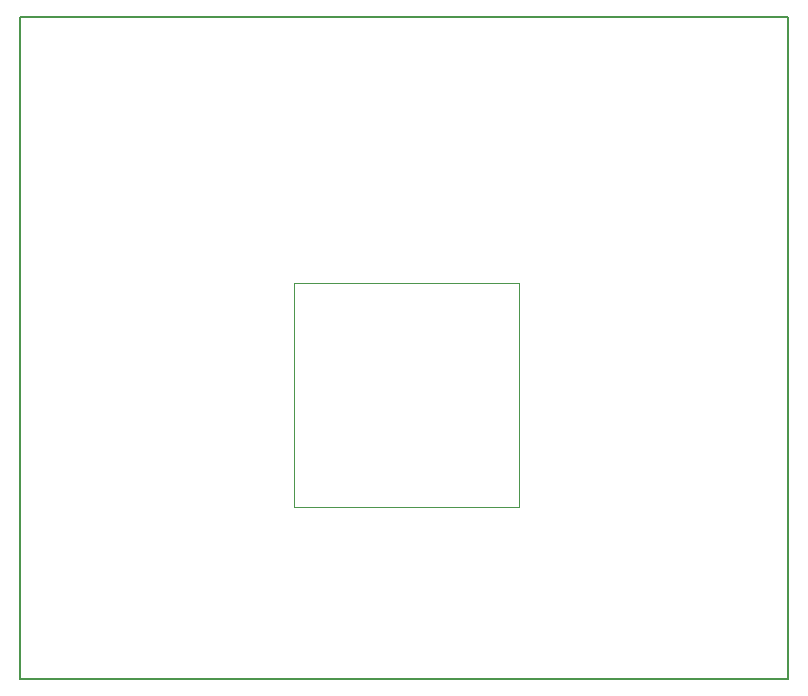
<source format=gm1>
%TF.GenerationSoftware,KiCad,Pcbnew,9.0.7*%
%TF.CreationDate,2026-02-04T17:23:19-06:00*%
%TF.ProjectId,power-hat,706f7765-722d-4686-9174-2e6b69636164,rev?*%
%TF.SameCoordinates,Original*%
%TF.FileFunction,Profile,NP*%
%FSLAX46Y46*%
G04 Gerber Fmt 4.6, Leading zero omitted, Abs format (unit mm)*
G04 Created by KiCad (PCBNEW 9.0.7) date 2026-02-04 17:23:19*
%MOMM*%
%LPD*%
G01*
G04 APERTURE LIST*
%TA.AperFunction,Profile*%
%ADD10C,0.100000*%
%TD*%
%TA.AperFunction,Profile*%
%ADD11C,0.150000*%
%TD*%
G04 APERTURE END LIST*
D10*
X119000000Y-76500000D02*
X138000000Y-76500000D01*
X138000000Y-95500000D01*
X119000000Y-95500000D01*
X119000000Y-76500000D01*
D11*
X95780000Y-110000000D02*
X95780000Y-54000000D01*
X160780000Y-110000000D02*
X95780000Y-110000000D01*
X160780000Y-54000000D02*
X160780000Y-110000000D01*
X95780000Y-54000000D02*
X160780000Y-54000000D01*
M02*

</source>
